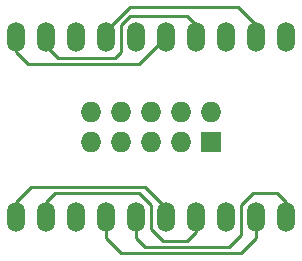
<source format=gbr>
G04 #@! TF.FileFunction,Copper,L2,Bot,Signal*
%FSLAX46Y46*%
G04 Gerber Fmt 4.6, Leading zero omitted, Abs format (unit mm)*
G04 Created by KiCad (PCBNEW 4.0.2+e4-6225~38~ubuntu14.04.1-stable) date Sun 09 Oct 2016 12:28:54 PM CEST*
%MOMM*%
G01*
G04 APERTURE LIST*
%ADD10C,0.100000*%
%ADD11O,1.524000X2.524000*%
%ADD12R,1.727200X1.727200*%
%ADD13O,1.727200X1.727200*%
%ADD14C,0.600000*%
%ADD15C,0.254000*%
G04 APERTURE END LIST*
D10*
D11*
X110490000Y-111760000D03*
X113030000Y-111760000D03*
X115570000Y-111760000D03*
X118110000Y-111760000D03*
X120650000Y-111760000D03*
X120650000Y-96520000D03*
X118110000Y-96520000D03*
X115570000Y-96520000D03*
X113030000Y-96520000D03*
X110490000Y-96520000D03*
X123190000Y-111760000D03*
X125730000Y-111760000D03*
X128270000Y-111760000D03*
X130810000Y-111760000D03*
X133350000Y-111760000D03*
X133350000Y-96520000D03*
X130810000Y-96520000D03*
X128270000Y-96520000D03*
X125730000Y-96520000D03*
X123190000Y-96520000D03*
D12*
X127000000Y-105410000D03*
D13*
X127000000Y-102870000D03*
X124460000Y-105410000D03*
X124460000Y-102870000D03*
X121920000Y-105410000D03*
X121920000Y-102870000D03*
X119380000Y-105410000D03*
X119380000Y-102870000D03*
X116840000Y-105410000D03*
X116840000Y-102870000D03*
D14*
X115570000Y-111760000D03*
D15*
X110490000Y-111760000D02*
X110490000Y-110490000D01*
X121412000Y-109220000D02*
X123190000Y-110998000D01*
X111760000Y-109220000D02*
X121412000Y-109220000D01*
X110490000Y-110490000D02*
X111760000Y-109220000D01*
X123190000Y-110998000D02*
X123190000Y-111760000D01*
X113030000Y-111760000D02*
X113030000Y-110490000D01*
X125730000Y-113030000D02*
X125730000Y-111760000D01*
X124968000Y-113792000D02*
X125730000Y-113030000D01*
X122936000Y-113792000D02*
X124968000Y-113792000D01*
X121920000Y-112776000D02*
X122936000Y-113792000D01*
X121920000Y-110744000D02*
X121920000Y-112776000D01*
X120904000Y-109728000D02*
X121920000Y-110744000D01*
X113792000Y-109728000D02*
X120904000Y-109728000D01*
X113030000Y-110490000D02*
X113792000Y-109728000D01*
X118110000Y-111760000D02*
X118110000Y-113538000D01*
X130810000Y-113538000D02*
X130810000Y-111760000D01*
X129540000Y-114808000D02*
X130810000Y-113538000D01*
X119380000Y-114808000D02*
X129540000Y-114808000D01*
X118110000Y-113538000D02*
X119380000Y-114808000D01*
X120650000Y-111760000D02*
X120650000Y-113538000D01*
X133350000Y-110490000D02*
X133350000Y-111760000D01*
X132588000Y-109728000D02*
X133350000Y-110490000D01*
X130556000Y-109728000D02*
X132588000Y-109728000D01*
X129540000Y-110744000D02*
X130556000Y-109728000D01*
X129540000Y-113284000D02*
X129540000Y-110744000D01*
X128524000Y-114300000D02*
X129540000Y-113284000D01*
X121412000Y-114300000D02*
X128524000Y-114300000D01*
X120650000Y-113538000D02*
X121412000Y-114300000D01*
X118110000Y-96520000D02*
X118110000Y-96012000D01*
X118110000Y-96012000D02*
X120142000Y-93980000D01*
X120142000Y-93980000D02*
X129286000Y-93980000D01*
X129286000Y-93980000D02*
X130810000Y-95504000D01*
X130810000Y-95504000D02*
X130810000Y-96520000D01*
X113030000Y-96520000D02*
X113030000Y-97282000D01*
X113030000Y-97282000D02*
X114046000Y-98298000D01*
X124968000Y-94742000D02*
X125730000Y-95504000D01*
X120142000Y-94742000D02*
X124968000Y-94742000D01*
X119380000Y-95504000D02*
X120142000Y-94742000D01*
X119380000Y-97790000D02*
X119380000Y-95504000D01*
X118872000Y-98298000D02*
X119380000Y-97790000D01*
X114046000Y-98298000D02*
X118872000Y-98298000D01*
X125730000Y-95504000D02*
X125730000Y-96520000D01*
X110490000Y-96520000D02*
X110490000Y-97790000D01*
X120904000Y-98806000D02*
X123190000Y-96520000D01*
X111506000Y-98806000D02*
X120904000Y-98806000D01*
X110490000Y-97790000D02*
X111506000Y-98806000D01*
M02*

</source>
